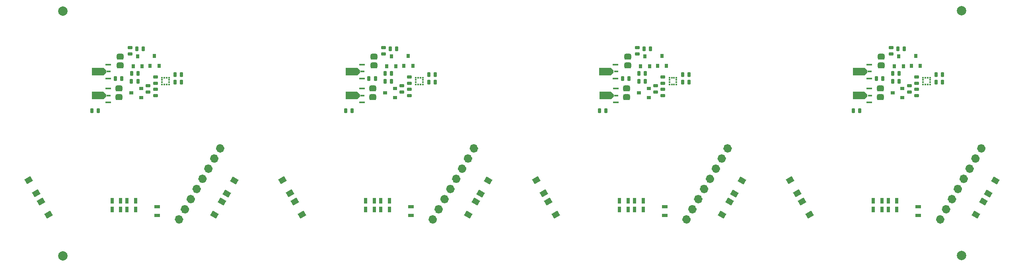
<source format=gtp>
G04 Layer_Color=8421504*
%FSLAX24Y24*%
%MOIN*%
G70*
G01*
G75*
G04:AMPARAMS|DCode=11|XSize=78.7mil|YSize=78.7mil|CornerRadius=39.4mil|HoleSize=0mil|Usage=FLASHONLY|Rotation=90.000|XOffset=0mil|YOffset=0mil|HoleType=Round|Shape=RoundedRectangle|*
%AMROUNDEDRECTD11*
21,1,0.0787,0.0000,0,0,90.0*
21,1,0.0000,0.0787,0,0,90.0*
1,1,0.0787,0.0000,0.0000*
1,1,0.0787,0.0000,0.0000*
1,1,0.0787,0.0000,0.0000*
1,1,0.0787,0.0000,0.0000*
%
%ADD11ROUNDEDRECTD11*%
%ADD58C,0.0354*%
G04:AMPARAMS|DCode=59|XSize=45.2mil|YSize=57.1mil|CornerRadius=0mil|HoleSize=0mil|Usage=FLASHONLY|Rotation=240.000|XOffset=0mil|YOffset=0mil|HoleType=Round|Shape=Rectangle|*
%AMROTATEDRECTD59*
4,1,4,-0.0134,0.0339,0.0360,0.0053,0.0134,-0.0339,-0.0360,-0.0053,-0.0134,0.0339,0.0*
%
%ADD59ROTATEDRECTD59*%

G04:AMPARAMS|DCode=60|XSize=45.2mil|YSize=57.1mil|CornerRadius=0mil|HoleSize=0mil|Usage=FLASHONLY|Rotation=300.000|XOffset=0mil|YOffset=0mil|HoleType=Round|Shape=Rectangle|*
%AMROTATEDRECTD60*
4,1,4,-0.0360,0.0053,0.0134,0.0339,0.0360,-0.0053,-0.0134,-0.0339,-0.0360,0.0053,0.0*
%
%ADD60ROTATEDRECTD60*%

G04:AMPARAMS|DCode=61|XSize=50mil|YSize=58mil|CornerRadius=12mil|HoleSize=0mil|Usage=FLASHONLY|Rotation=270.000|XOffset=0mil|YOffset=0mil|HoleType=Round|Shape=RoundedRectangle|*
%AMROUNDEDRECTD61*
21,1,0.0500,0.0340,0,0,270.0*
21,1,0.0260,0.0580,0,0,270.0*
1,1,0.0240,-0.0170,-0.0130*
1,1,0.0240,-0.0170,0.0130*
1,1,0.0240,0.0170,0.0130*
1,1,0.0240,0.0170,-0.0130*
%
%ADD61ROUNDEDRECTD61*%
%ADD62R,0.0452X0.0177*%
%ADD63R,0.0374X0.0177*%
G04:AMPARAMS|DCode=64|XSize=27.1mil|YSize=37.4mil|CornerRadius=4.8mil|HoleSize=0mil|Usage=FLASHONLY|Rotation=0.000|XOffset=0mil|YOffset=0mil|HoleType=Round|Shape=RoundedRectangle|*
%AMROUNDEDRECTD64*
21,1,0.0271,0.0277,0,0,0.0*
21,1,0.0175,0.0374,0,0,0.0*
1,1,0.0097,0.0087,-0.0139*
1,1,0.0097,-0.0087,-0.0139*
1,1,0.0097,-0.0087,0.0139*
1,1,0.0097,0.0087,0.0139*
%
%ADD64ROUNDEDRECTD64*%
%ADD65R,0.0300X0.0340*%
%ADD66R,0.0340X0.0300*%
%ADD67R,0.0472X0.0315*%
%ADD68R,0.0140X0.0130*%
%ADD69R,0.0130X0.0140*%
%ADD70R,0.0315X0.0472*%
G04:AMPARAMS|DCode=71|XSize=27.1mil|YSize=37.4mil|CornerRadius=4.8mil|HoleSize=0mil|Usage=FLASHONLY|Rotation=90.000|XOffset=0mil|YOffset=0mil|HoleType=Round|Shape=RoundedRectangle|*
%AMROUNDEDRECTD71*
21,1,0.0271,0.0277,0,0,90.0*
21,1,0.0175,0.0374,0,0,90.0*
1,1,0.0097,0.0139,0.0087*
1,1,0.0097,0.0139,-0.0087*
1,1,0.0097,-0.0139,-0.0087*
1,1,0.0097,-0.0139,0.0087*
%
%ADD71ROUNDEDRECTD71*%
G36*
X70967Y17110D02*
X71198Y16879D01*
Y16691D01*
X70967Y16461D01*
X69997Y16461D01*
X69997Y17110D01*
X70967Y17110D01*
D02*
G37*
G36*
X49708D02*
X49938Y16879D01*
Y16691D01*
X49708Y16461D01*
X48738Y16461D01*
X48738Y17110D01*
X49708Y17110D01*
D02*
G37*
G36*
X28448D02*
X28678Y16879D01*
Y16691D01*
X28448Y16461D01*
X27478Y16461D01*
X27478Y17110D01*
X28448Y17110D01*
D02*
G37*
G36*
X7188D02*
X7418Y16879D01*
Y16691D01*
X7188Y16461D01*
X6218Y16461D01*
X6218Y17110D01*
X7188Y17110D01*
D02*
G37*
G36*
X70974Y15100D02*
X71205Y14869D01*
Y14681D01*
X70974Y14451D01*
X70004Y14451D01*
X70004Y15100D01*
X70974Y15100D01*
D02*
G37*
G36*
X49714D02*
X49945Y14869D01*
Y14681D01*
X49714Y14451D01*
X48744Y14451D01*
X48744Y15100D01*
X49714Y15100D01*
D02*
G37*
G36*
X28455D02*
X28685Y14869D01*
Y14681D01*
X28455Y14451D01*
X27485Y14451D01*
X27485Y15100D01*
X28455Y15100D01*
D02*
G37*
G36*
X7195D02*
X7425Y14869D01*
Y14681D01*
X7195Y14451D01*
X6225Y14451D01*
X6225Y15100D01*
X7195Y15100D01*
D02*
G37*
D11*
X79078Y1319D02*
D03*
X3789Y21848D02*
D03*
X79078Y21878D02*
D03*
X3789Y1289D02*
D03*
D58*
X13702Y4360D02*
G03*
X13702Y4360I-177J0D01*
G01*
X14194Y5212D02*
G03*
X14194Y5212I-177J0D01*
G01*
X14686Y6064D02*
G03*
X14686Y6064I-177J0D01*
G01*
X15178Y6917D02*
G03*
X15178Y6917I-177J0D01*
G01*
X15670Y7769D02*
G03*
X15670Y7769I-177J0D01*
G01*
X16163Y8622D02*
G03*
X16163Y8622I-177J0D01*
G01*
X16655Y9474D02*
G03*
X16655Y9474I-177J0D01*
G01*
X17147Y10326D02*
G03*
X17147Y10326I-177J0D01*
G01*
X34962Y4360D02*
G03*
X34962Y4360I-177J0D01*
G01*
X35454Y5212D02*
G03*
X35454Y5212I-177J0D01*
G01*
X35946Y6064D02*
G03*
X35946Y6064I-177J0D01*
G01*
X36438Y6917D02*
G03*
X36438Y6917I-177J0D01*
G01*
X36930Y7769D02*
G03*
X36930Y7769I-177J0D01*
G01*
X37422Y8622D02*
G03*
X37422Y8622I-177J0D01*
G01*
X37914Y9474D02*
G03*
X37914Y9474I-177J0D01*
G01*
X38407Y10326D02*
G03*
X38407Y10326I-177J0D01*
G01*
X56222Y4360D02*
G03*
X56222Y4360I-177J0D01*
G01*
X56714Y5212D02*
G03*
X56714Y5212I-177J0D01*
G01*
X57206Y6064D02*
G03*
X57206Y6064I-177J0D01*
G01*
X57698Y6917D02*
G03*
X57698Y6917I-177J0D01*
G01*
X58190Y7769D02*
G03*
X58190Y7769I-177J0D01*
G01*
X58682Y8622D02*
G03*
X58682Y8622I-177J0D01*
G01*
X59174Y9474D02*
G03*
X59174Y9474I-177J0D01*
G01*
X59666Y10326D02*
G03*
X59666Y10326I-177J0D01*
G01*
X77481Y4360D02*
G03*
X77481Y4360I-177J0D01*
G01*
X77974Y5212D02*
G03*
X77974Y5212I-177J0D01*
G01*
X78466Y6064D02*
G03*
X78466Y6064I-177J0D01*
G01*
X78958Y6917D02*
G03*
X78958Y6917I-177J0D01*
G01*
X79450Y7769D02*
G03*
X79450Y7769I-177J0D01*
G01*
X79942Y8622D02*
G03*
X79942Y8622I-177J0D01*
G01*
X80434Y9474D02*
G03*
X80434Y9474I-177J0D01*
G01*
X80926Y10326D02*
G03*
X80926Y10326I-177J0D01*
G01*
D59*
X17130Y5850D02*
D03*
X16500Y4758D02*
D03*
X18160Y7630D02*
D03*
X17530Y6538D02*
D03*
X38390Y5850D02*
D03*
X37760Y4758D02*
D03*
X39420Y7630D02*
D03*
X38790Y6538D02*
D03*
X59650Y5850D02*
D03*
X59020Y4758D02*
D03*
X60680Y7630D02*
D03*
X60050Y6538D02*
D03*
X80910Y5850D02*
D03*
X80280Y4758D02*
D03*
X81940Y7630D02*
D03*
X81310Y6538D02*
D03*
D60*
X1950Y5860D02*
D03*
X2580Y4768D02*
D03*
X930Y7660D02*
D03*
X1560Y6568D02*
D03*
X23210Y5860D02*
D03*
X23840Y4768D02*
D03*
X22190Y7660D02*
D03*
X22820Y6568D02*
D03*
X44470Y5860D02*
D03*
X45100Y4768D02*
D03*
X43450Y7660D02*
D03*
X44080Y6568D02*
D03*
X65730Y5860D02*
D03*
X66360Y4768D02*
D03*
X64710Y7660D02*
D03*
X65340Y6568D02*
D03*
D61*
X8500Y14619D02*
D03*
Y15373D02*
D03*
X8590Y17289D02*
D03*
Y18043D02*
D03*
X29760Y14619D02*
D03*
Y15373D02*
D03*
X29850Y17289D02*
D03*
Y18043D02*
D03*
X51020Y14619D02*
D03*
Y15373D02*
D03*
X51110Y17289D02*
D03*
Y18043D02*
D03*
X72280Y14619D02*
D03*
Y15373D02*
D03*
X72370Y17289D02*
D03*
Y18043D02*
D03*
D62*
X7593Y14185D02*
D03*
X7593Y15366D02*
D03*
X7586Y17376D02*
D03*
Y16195D02*
D03*
X28852Y14185D02*
D03*
X28852Y15366D02*
D03*
X28846Y17376D02*
D03*
Y16195D02*
D03*
X50112Y14185D02*
D03*
X50112Y15366D02*
D03*
X50105Y17376D02*
D03*
Y16195D02*
D03*
X71372Y14185D02*
D03*
X71372Y15366D02*
D03*
X71365Y17376D02*
D03*
Y16195D02*
D03*
D63*
X7632Y14775D02*
D03*
X7625Y16785D02*
D03*
X28892Y14775D02*
D03*
X28885Y16785D02*
D03*
X50152Y14775D02*
D03*
X50145Y16785D02*
D03*
X71411Y14775D02*
D03*
X71405Y16785D02*
D03*
D64*
X6768Y13479D02*
D03*
X6232D02*
D03*
X13728Y16519D02*
D03*
X13192D02*
D03*
X13728Y15879D02*
D03*
X13192D02*
D03*
X8182Y16189D02*
D03*
X8718D02*
D03*
X10078Y15949D02*
D03*
X9542D02*
D03*
X9547Y16613D02*
D03*
X10083D02*
D03*
X9977Y18694D02*
D03*
X10513D02*
D03*
X28028Y13479D02*
D03*
X27492D02*
D03*
X34988Y16519D02*
D03*
X34452D02*
D03*
X34988Y15879D02*
D03*
X34452D02*
D03*
X29442Y16189D02*
D03*
X29978D02*
D03*
X31338Y15949D02*
D03*
X30802D02*
D03*
X30807Y16613D02*
D03*
X31343D02*
D03*
X31237Y18694D02*
D03*
X31773D02*
D03*
X49287Y13479D02*
D03*
X48752D02*
D03*
X56247Y16519D02*
D03*
X55712D02*
D03*
X56247Y15879D02*
D03*
X55712D02*
D03*
X50702Y16189D02*
D03*
X51237D02*
D03*
X52597Y15949D02*
D03*
X52062D02*
D03*
X52067Y16613D02*
D03*
X52602D02*
D03*
X52497Y18694D02*
D03*
X53032D02*
D03*
X70547Y13479D02*
D03*
X70012D02*
D03*
X77507Y16519D02*
D03*
X76972D02*
D03*
X77507Y15879D02*
D03*
X76972D02*
D03*
X71962Y16189D02*
D03*
X72497D02*
D03*
X73857Y15949D02*
D03*
X73322D02*
D03*
X73327Y16613D02*
D03*
X73862D02*
D03*
X73757Y18694D02*
D03*
X74292D02*
D03*
D65*
X11475Y18104D02*
D03*
X11855Y17270D02*
D03*
X11101D02*
D03*
X10055Y18054D02*
D03*
X10435Y17220D02*
D03*
X9681D02*
D03*
X32735Y18104D02*
D03*
X33115Y17270D02*
D03*
X32361D02*
D03*
X31315Y18054D02*
D03*
X31695Y17220D02*
D03*
X30941D02*
D03*
X53995Y18104D02*
D03*
X54375Y17270D02*
D03*
X53621D02*
D03*
X52575Y18054D02*
D03*
X52955Y17220D02*
D03*
X52201D02*
D03*
X75255Y18104D02*
D03*
X75635Y17270D02*
D03*
X74881D02*
D03*
X73835Y18054D02*
D03*
X74215Y17220D02*
D03*
X73461D02*
D03*
D66*
X9530Y14979D02*
D03*
X10364Y15359D02*
D03*
Y14605D02*
D03*
X30790Y14979D02*
D03*
X31624Y15359D02*
D03*
Y14605D02*
D03*
X52050Y14979D02*
D03*
X52883Y15359D02*
D03*
Y14605D02*
D03*
X73310Y14979D02*
D03*
X74143Y15359D02*
D03*
Y14605D02*
D03*
D67*
X11695Y4699D02*
D03*
Y5428D02*
D03*
X32955Y4699D02*
D03*
Y5428D02*
D03*
X54215Y4699D02*
D03*
Y5428D02*
D03*
X75475Y4699D02*
D03*
Y5428D02*
D03*
D68*
X12095Y16270D02*
D03*
X12685D02*
D03*
X12095Y16078D02*
D03*
X12685D02*
D03*
X12095Y15881D02*
D03*
X12685D02*
D03*
X12095Y15689D02*
D03*
X12685D02*
D03*
X33355Y16270D02*
D03*
X33945D02*
D03*
X33355Y16078D02*
D03*
X33945D02*
D03*
X33355Y15881D02*
D03*
X33945D02*
D03*
X33355Y15689D02*
D03*
X33945D02*
D03*
X54614Y16270D02*
D03*
X55205D02*
D03*
X54614Y16078D02*
D03*
X55205D02*
D03*
X54614Y15881D02*
D03*
X55205D02*
D03*
X54614Y15689D02*
D03*
X55205D02*
D03*
X75874Y16270D02*
D03*
X76465D02*
D03*
X75874Y16078D02*
D03*
X76465D02*
D03*
X75874Y15881D02*
D03*
X76465D02*
D03*
X75874Y15689D02*
D03*
X76465D02*
D03*
D69*
X12292Y16275D02*
D03*
X12488D02*
D03*
X12292Y15684D02*
D03*
X12488D02*
D03*
X33551Y16275D02*
D03*
X33748D02*
D03*
X33551Y15684D02*
D03*
X33748D02*
D03*
X54811Y16275D02*
D03*
X55008D02*
D03*
X54811Y15684D02*
D03*
X55008D02*
D03*
X76071Y16275D02*
D03*
X76268D02*
D03*
X76071Y15684D02*
D03*
X76268D02*
D03*
D70*
X7911Y5189D02*
D03*
X8639D02*
D03*
X9166D02*
D03*
X9895D02*
D03*
X9166Y5939D02*
D03*
X9895D02*
D03*
X7911D02*
D03*
X8639D02*
D03*
X29171Y5189D02*
D03*
X29899D02*
D03*
X30426D02*
D03*
X31155D02*
D03*
X30426Y5939D02*
D03*
X31155D02*
D03*
X29171D02*
D03*
X29899D02*
D03*
X50431Y5189D02*
D03*
X51159D02*
D03*
X51686D02*
D03*
X52414D02*
D03*
X51686Y5939D02*
D03*
X52414D02*
D03*
X50431D02*
D03*
X51159D02*
D03*
X71690Y5189D02*
D03*
X72419D02*
D03*
X72946D02*
D03*
X73674D02*
D03*
X72946Y5939D02*
D03*
X73674D02*
D03*
X71690D02*
D03*
X72419D02*
D03*
D71*
X11550Y15291D02*
D03*
Y14756D02*
D03*
Y15806D02*
D03*
Y16341D02*
D03*
X9415Y18801D02*
D03*
Y18266D02*
D03*
X10935Y15070D02*
D03*
Y15606D02*
D03*
X32810Y15291D02*
D03*
Y14756D02*
D03*
Y15806D02*
D03*
Y16341D02*
D03*
X30675Y18801D02*
D03*
Y18266D02*
D03*
X32195Y15070D02*
D03*
Y15606D02*
D03*
X54070Y15291D02*
D03*
Y14756D02*
D03*
Y15806D02*
D03*
Y16341D02*
D03*
X51935Y18801D02*
D03*
Y18266D02*
D03*
X53455Y15070D02*
D03*
Y15606D02*
D03*
X75329Y15291D02*
D03*
Y14756D02*
D03*
Y15806D02*
D03*
Y16341D02*
D03*
X73195Y18801D02*
D03*
Y18266D02*
D03*
X74715Y15070D02*
D03*
Y15606D02*
D03*
M02*

</source>
